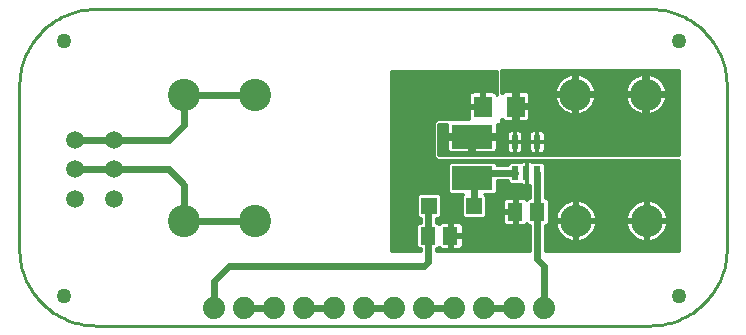
<source format=gtl>
G75*
%MOIN*%
%OFA0B0*%
%FSLAX24Y24*%
%IPPOS*%
%LPD*%
%AMOC8*
5,1,8,0,0,1.08239X$1,22.5*
%
%ADD10C,0.0100*%
%ADD11R,0.0551X0.0551*%
%ADD12R,0.0630X0.0709*%
%ADD13R,0.0512X0.0630*%
%ADD14R,0.0236X0.0472*%
%ADD15R,0.0512X0.0591*%
%ADD16C,0.0740*%
%ADD17C,0.1075*%
%ADD18C,0.0594*%
%ADD19R,0.1378X0.0787*%
%ADD20C,0.0500*%
%ADD21C,0.0338*%
%ADD22C,0.0120*%
%ADD23C,0.0240*%
D10*
X002260Y002709D02*
X002260Y008142D01*
X002262Y008242D01*
X002268Y008343D01*
X002278Y008443D01*
X002292Y008542D01*
X002309Y008641D01*
X002331Y008739D01*
X002356Y008837D01*
X002385Y008933D01*
X002418Y009028D01*
X002455Y009121D01*
X002495Y009213D01*
X002539Y009304D01*
X002586Y009392D01*
X002637Y009479D01*
X002691Y009564D01*
X002749Y009646D01*
X002809Y009726D01*
X002873Y009804D01*
X002940Y009879D01*
X003010Y009951D01*
X003082Y010021D01*
X003157Y010088D01*
X003235Y010152D01*
X003315Y010212D01*
X003397Y010270D01*
X003482Y010324D01*
X003569Y010375D01*
X003657Y010422D01*
X003748Y010466D01*
X003840Y010506D01*
X003933Y010543D01*
X004028Y010576D01*
X004124Y010605D01*
X004222Y010630D01*
X004320Y010652D01*
X004419Y010669D01*
X004518Y010683D01*
X004618Y010693D01*
X004719Y010699D01*
X004819Y010701D01*
X023283Y010701D01*
X023383Y010699D01*
X023484Y010693D01*
X023584Y010683D01*
X023683Y010669D01*
X023782Y010652D01*
X023880Y010630D01*
X023978Y010605D01*
X024074Y010576D01*
X024169Y010543D01*
X024262Y010506D01*
X024354Y010466D01*
X024445Y010422D01*
X024533Y010375D01*
X024620Y010324D01*
X024705Y010270D01*
X024787Y010212D01*
X024867Y010152D01*
X024945Y010088D01*
X025020Y010021D01*
X025092Y009951D01*
X025162Y009879D01*
X025229Y009804D01*
X025293Y009726D01*
X025353Y009646D01*
X025411Y009564D01*
X025465Y009479D01*
X025516Y009392D01*
X025563Y009304D01*
X025607Y009213D01*
X025647Y009121D01*
X025684Y009028D01*
X025717Y008933D01*
X025746Y008837D01*
X025771Y008739D01*
X025793Y008641D01*
X025810Y008542D01*
X025824Y008443D01*
X025834Y008343D01*
X025840Y008242D01*
X025842Y008142D01*
X025842Y002709D01*
X024260Y002711D02*
X019784Y002711D01*
X019784Y002650D02*
X019784Y003505D01*
X019843Y003505D01*
X019919Y003581D01*
X019919Y004319D01*
X019843Y004395D01*
X019784Y004395D01*
X019784Y005286D01*
X019782Y005290D01*
X019782Y005526D01*
X019705Y005602D01*
X019362Y005602D01*
X019358Y005599D01*
X019336Y005612D01*
X019297Y005622D01*
X019169Y005622D01*
X019169Y005245D01*
X019150Y005245D01*
X019150Y005622D01*
X019022Y005622D01*
X018984Y005612D01*
X018961Y005599D01*
X018957Y005602D01*
X018614Y005602D01*
X018537Y005526D01*
X018537Y005486D01*
X018178Y005486D01*
X018178Y005509D01*
X018102Y005585D01*
X016617Y005585D01*
X016541Y005509D01*
X016541Y004613D01*
X016617Y004537D01*
X017060Y004537D01*
X017002Y004479D01*
X017002Y003821D01*
X017078Y003744D01*
X017737Y003744D01*
X017813Y003821D01*
X017813Y004479D01*
X017755Y004537D01*
X018102Y004537D01*
X018178Y004613D01*
X018178Y004986D01*
X018537Y004986D01*
X018537Y004946D01*
X018614Y004870D01*
X018957Y004870D01*
X018961Y004873D01*
X018984Y004860D01*
X019022Y004850D01*
X019150Y004850D01*
X019150Y005227D01*
X019169Y005227D01*
X019169Y004850D01*
X019284Y004850D01*
X019284Y004395D01*
X019224Y004395D01*
X019170Y004342D01*
X019161Y004357D01*
X019134Y004385D01*
X019099Y004405D01*
X019061Y004415D01*
X018835Y004415D01*
X018835Y004000D01*
X018735Y004000D01*
X018735Y003900D01*
X018380Y003900D01*
X018380Y003615D01*
X018390Y003577D01*
X018410Y003543D01*
X018437Y003515D01*
X018472Y003495D01*
X018510Y003485D01*
X018735Y003485D01*
X018735Y003900D01*
X018835Y003900D01*
X018835Y003485D01*
X019061Y003485D01*
X019099Y003495D01*
X019134Y003515D01*
X019161Y003543D01*
X019170Y003558D01*
X019224Y003505D01*
X019284Y003505D01*
X019284Y002650D01*
X016135Y002650D01*
X016135Y002725D01*
X016195Y002725D01*
X016249Y002778D01*
X016258Y002763D01*
X016286Y002735D01*
X016320Y002715D01*
X016358Y002705D01*
X016584Y002705D01*
X016584Y003100D01*
X016684Y003100D01*
X016684Y003200D01*
X017039Y003200D01*
X017039Y003465D01*
X017029Y003503D01*
X017009Y003537D01*
X016982Y003565D01*
X016947Y003585D01*
X016909Y003595D01*
X016684Y003595D01*
X016684Y003200D01*
X016584Y003200D01*
X016584Y003595D01*
X016358Y003595D01*
X016320Y003585D01*
X016286Y003565D01*
X016258Y003537D01*
X016249Y003522D01*
X016195Y003575D01*
X016135Y003575D01*
X016135Y003744D01*
X016241Y003744D01*
X016317Y003821D01*
X016317Y004479D01*
X016241Y004556D01*
X015582Y004556D01*
X015506Y004479D01*
X015506Y003821D01*
X015582Y003744D01*
X015635Y003744D01*
X015635Y003575D01*
X015576Y003575D01*
X015500Y003499D01*
X014660Y003499D01*
X014660Y003401D02*
X015500Y003401D01*
X015500Y003499D02*
X015500Y002801D01*
X015576Y002725D01*
X015635Y002725D01*
X015635Y002650D01*
X014660Y002650D01*
X014660Y008650D01*
X018170Y008650D01*
X018170Y007838D01*
X018163Y007862D01*
X018143Y007896D01*
X018115Y007924D01*
X018081Y007944D01*
X018043Y007954D01*
X017758Y007954D01*
X017758Y007500D01*
X017658Y007500D01*
X017658Y007400D01*
X017243Y007400D01*
X017243Y007076D01*
X017253Y007040D01*
X016181Y007040D01*
X016070Y006929D01*
X016070Y005771D01*
X016181Y005660D01*
X024260Y005660D01*
X024260Y002650D01*
X019784Y002650D01*
X019784Y002810D02*
X024260Y002810D01*
X024260Y002908D02*
X019784Y002908D01*
X019784Y003007D02*
X020568Y003007D01*
X020589Y002998D02*
X020676Y002974D01*
X020761Y002963D01*
X020761Y003600D01*
X020861Y003600D01*
X020861Y003700D01*
X021497Y003700D01*
X021486Y003784D01*
X021463Y003871D01*
X021429Y003955D01*
X021383Y004033D01*
X021329Y004104D01*
X021265Y004168D01*
X021193Y004223D01*
X021115Y004268D01*
X021032Y004302D01*
X020945Y004326D01*
X020861Y004337D01*
X020861Y003700D01*
X020761Y003700D01*
X020761Y004337D01*
X020676Y004326D01*
X020589Y004302D01*
X020506Y004268D01*
X020428Y004223D01*
X020356Y004168D01*
X020293Y004104D01*
X020238Y004033D01*
X020193Y003955D01*
X020158Y003871D01*
X020135Y003784D01*
X020124Y003700D01*
X020761Y003700D01*
X020761Y003600D01*
X020124Y003600D01*
X020135Y003516D01*
X020158Y003429D01*
X020193Y003345D01*
X020238Y003267D01*
X020293Y003196D01*
X020356Y003132D01*
X020428Y003077D01*
X020506Y003032D01*
X020589Y002998D01*
X020761Y003007D02*
X020861Y003007D01*
X020861Y002963D02*
X020945Y002974D01*
X021032Y002998D01*
X021115Y003032D01*
X021193Y003077D01*
X021265Y003132D01*
X021329Y003196D01*
X021383Y003267D01*
X021429Y003345D01*
X021463Y003429D01*
X021486Y003516D01*
X021497Y003600D01*
X020861Y003600D01*
X020861Y002963D01*
X020861Y003105D02*
X020761Y003105D01*
X020761Y003204D02*
X020861Y003204D01*
X020861Y003302D02*
X020761Y003302D01*
X020761Y003401D02*
X020861Y003401D01*
X020861Y003499D02*
X020761Y003499D01*
X020761Y003598D02*
X020861Y003598D01*
X020861Y003696D02*
X023119Y003696D01*
X023119Y003700D02*
X023119Y003600D01*
X023219Y003600D01*
X023219Y003700D01*
X023856Y003700D01*
X023845Y003784D01*
X023821Y003871D01*
X023787Y003955D01*
X023742Y004033D01*
X023687Y004104D01*
X023623Y004168D01*
X023552Y004223D01*
X023474Y004268D01*
X023390Y004302D01*
X023303Y004326D01*
X023219Y004337D01*
X023219Y003700D01*
X023119Y003700D01*
X023119Y004337D01*
X023035Y004326D01*
X022948Y004302D01*
X022864Y004268D01*
X022786Y004223D01*
X022715Y004168D01*
X022651Y004104D01*
X022596Y004033D01*
X022551Y003955D01*
X022517Y003871D01*
X022493Y003784D01*
X022482Y003700D01*
X023119Y003700D01*
X023119Y003795D02*
X023219Y003795D01*
X023219Y003893D02*
X023119Y003893D01*
X023119Y003992D02*
X023219Y003992D01*
X023219Y004090D02*
X023119Y004090D01*
X023119Y004189D02*
X023219Y004189D01*
X023219Y004287D02*
X023119Y004287D01*
X022911Y004287D02*
X021069Y004287D01*
X021238Y004189D02*
X022742Y004189D01*
X022640Y004090D02*
X021340Y004090D01*
X021407Y003992D02*
X022572Y003992D01*
X022526Y003893D02*
X021454Y003893D01*
X021484Y003795D02*
X022496Y003795D01*
X022482Y003600D02*
X022493Y003516D01*
X022517Y003429D01*
X022551Y003345D01*
X022596Y003267D01*
X022651Y003196D01*
X022715Y003132D01*
X022786Y003077D01*
X022864Y003032D01*
X022948Y002998D01*
X023035Y002974D01*
X023119Y002963D01*
X023119Y003600D01*
X022482Y003600D01*
X022483Y003598D02*
X021497Y003598D01*
X021482Y003499D02*
X022498Y003499D01*
X022528Y003401D02*
X021451Y003401D01*
X021404Y003302D02*
X022576Y003302D01*
X022645Y003204D02*
X021335Y003204D01*
X021230Y003105D02*
X022750Y003105D01*
X022926Y003007D02*
X021053Y003007D01*
X020392Y003105D02*
X019784Y003105D01*
X019784Y003204D02*
X020287Y003204D01*
X020218Y003302D02*
X019784Y003302D01*
X019784Y003401D02*
X020170Y003401D01*
X020140Y003499D02*
X019784Y003499D01*
X019919Y003598D02*
X020124Y003598D01*
X020138Y003795D02*
X019919Y003795D01*
X019919Y003893D02*
X020167Y003893D01*
X020214Y003992D02*
X019919Y003992D01*
X019919Y004090D02*
X020282Y004090D01*
X020383Y004189D02*
X019919Y004189D01*
X019919Y004287D02*
X020552Y004287D01*
X020761Y004287D02*
X020861Y004287D01*
X020861Y004189D02*
X020761Y004189D01*
X020761Y004090D02*
X020861Y004090D01*
X020861Y003992D02*
X020761Y003992D01*
X020761Y003893D02*
X020861Y003893D01*
X020861Y003795D02*
X020761Y003795D01*
X020761Y003696D02*
X019919Y003696D01*
X019284Y003499D02*
X019106Y003499D01*
X019284Y003401D02*
X017039Y003401D01*
X017030Y003499D02*
X018465Y003499D01*
X018384Y003598D02*
X016135Y003598D01*
X016135Y003696D02*
X018380Y003696D01*
X018380Y003795D02*
X017787Y003795D01*
X017813Y003893D02*
X018380Y003893D01*
X018380Y004000D02*
X018735Y004000D01*
X018735Y004415D01*
X018510Y004415D01*
X018472Y004405D01*
X018437Y004385D01*
X018410Y004357D01*
X018390Y004323D01*
X018380Y004285D01*
X018380Y004000D01*
X018380Y004090D02*
X017813Y004090D01*
X017813Y003992D02*
X018735Y003992D01*
X018735Y004090D02*
X018835Y004090D01*
X018835Y004189D02*
X018735Y004189D01*
X018735Y004287D02*
X018835Y004287D01*
X018835Y004386D02*
X018735Y004386D01*
X018438Y004386D02*
X017813Y004386D01*
X017809Y004484D02*
X019284Y004484D01*
X019284Y004583D02*
X018148Y004583D01*
X018178Y004681D02*
X019284Y004681D01*
X019284Y004780D02*
X018178Y004780D01*
X018178Y004878D02*
X018605Y004878D01*
X018537Y004977D02*
X018178Y004977D01*
X018120Y005568D02*
X018579Y005568D01*
X019150Y005568D02*
X019169Y005568D01*
X019169Y005469D02*
X019150Y005469D01*
X019150Y005371D02*
X019169Y005371D01*
X019169Y005272D02*
X019150Y005272D01*
X019150Y005174D02*
X019169Y005174D01*
X019169Y005075D02*
X019150Y005075D01*
X019150Y004977D02*
X019169Y004977D01*
X019169Y004878D02*
X019150Y004878D01*
X019133Y004386D02*
X019214Y004386D01*
X019784Y004484D02*
X024260Y004484D01*
X024260Y004386D02*
X019853Y004386D01*
X019784Y004583D02*
X024260Y004583D01*
X024260Y004681D02*
X019784Y004681D01*
X019784Y004780D02*
X024260Y004780D01*
X024260Y004878D02*
X019784Y004878D01*
X019784Y004977D02*
X024260Y004977D01*
X024260Y005075D02*
X019784Y005075D01*
X019784Y005174D02*
X024260Y005174D01*
X024260Y005272D02*
X019784Y005272D01*
X019782Y005371D02*
X024260Y005371D01*
X024260Y005469D02*
X019782Y005469D01*
X019740Y005568D02*
X024260Y005568D01*
X024260Y004287D02*
X023427Y004287D01*
X023596Y004189D02*
X024260Y004189D01*
X024260Y004090D02*
X023698Y004090D01*
X023766Y003992D02*
X024260Y003992D01*
X024260Y003893D02*
X023812Y003893D01*
X023842Y003795D02*
X024260Y003795D01*
X024260Y003696D02*
X023219Y003696D01*
X023219Y003600D02*
X023856Y003600D01*
X023845Y003516D01*
X023821Y003429D01*
X023787Y003345D01*
X023742Y003267D01*
X023687Y003196D01*
X023623Y003132D01*
X023552Y003077D01*
X023474Y003032D01*
X023390Y002998D01*
X023303Y002974D01*
X023219Y002963D01*
X023219Y003600D01*
X023219Y003598D02*
X023119Y003598D01*
X023119Y003499D02*
X023219Y003499D01*
X023219Y003401D02*
X023119Y003401D01*
X023119Y003302D02*
X023219Y003302D01*
X023219Y003204D02*
X023119Y003204D01*
X023119Y003105D02*
X023219Y003105D01*
X023219Y003007D02*
X023119Y003007D01*
X023412Y003007D02*
X024260Y003007D01*
X024260Y003105D02*
X023588Y003105D01*
X023693Y003204D02*
X024260Y003204D01*
X024260Y003302D02*
X023762Y003302D01*
X023810Y003401D02*
X024260Y003401D01*
X024260Y003499D02*
X023840Y003499D01*
X023855Y003598D02*
X024260Y003598D01*
X025842Y002709D02*
X025840Y002609D01*
X025834Y002508D01*
X025824Y002408D01*
X025810Y002309D01*
X025793Y002210D01*
X025771Y002112D01*
X025746Y002014D01*
X025717Y001918D01*
X025684Y001823D01*
X025647Y001730D01*
X025607Y001638D01*
X025563Y001547D01*
X025516Y001459D01*
X025465Y001372D01*
X025411Y001287D01*
X025353Y001205D01*
X025293Y001125D01*
X025229Y001047D01*
X025162Y000972D01*
X025092Y000900D01*
X025020Y000830D01*
X024945Y000763D01*
X024867Y000699D01*
X024787Y000639D01*
X024705Y000581D01*
X024620Y000527D01*
X024533Y000476D01*
X024445Y000429D01*
X024354Y000385D01*
X024262Y000345D01*
X024169Y000308D01*
X024074Y000275D01*
X023978Y000246D01*
X023880Y000221D01*
X023782Y000199D01*
X023683Y000182D01*
X023584Y000168D01*
X023484Y000158D01*
X023383Y000152D01*
X023283Y000150D01*
X004819Y000150D01*
X004719Y000152D01*
X004618Y000158D01*
X004518Y000168D01*
X004419Y000182D01*
X004320Y000199D01*
X004222Y000221D01*
X004124Y000246D01*
X004028Y000275D01*
X003933Y000308D01*
X003840Y000345D01*
X003748Y000385D01*
X003657Y000429D01*
X003569Y000476D01*
X003482Y000527D01*
X003397Y000581D01*
X003315Y000639D01*
X003235Y000699D01*
X003157Y000763D01*
X003082Y000830D01*
X003010Y000900D01*
X002940Y000972D01*
X002873Y001047D01*
X002809Y001125D01*
X002749Y001205D01*
X002691Y001287D01*
X002637Y001372D01*
X002586Y001459D01*
X002539Y001547D01*
X002495Y001638D01*
X002455Y001730D01*
X002418Y001823D01*
X002385Y001918D01*
X002356Y002014D01*
X002331Y002112D01*
X002309Y002210D01*
X002292Y002309D01*
X002278Y002408D01*
X002268Y002508D01*
X002262Y002609D01*
X002260Y002709D01*
X014660Y002711D02*
X015635Y002711D01*
X015500Y002810D02*
X014660Y002810D01*
X014660Y002908D02*
X015500Y002908D01*
X015500Y003007D02*
X014660Y003007D01*
X014660Y003105D02*
X015500Y003105D01*
X015500Y003204D02*
X014660Y003204D01*
X014660Y003302D02*
X015500Y003302D01*
X015635Y003598D02*
X014660Y003598D01*
X014660Y003696D02*
X015635Y003696D01*
X015532Y003795D02*
X014660Y003795D01*
X014660Y003893D02*
X015506Y003893D01*
X015506Y003992D02*
X014660Y003992D01*
X014660Y004090D02*
X015506Y004090D01*
X015506Y004189D02*
X014660Y004189D01*
X014660Y004287D02*
X015506Y004287D01*
X015506Y004386D02*
X014660Y004386D01*
X014660Y004484D02*
X015510Y004484D01*
X016312Y004484D02*
X017007Y004484D01*
X017002Y004386D02*
X016317Y004386D01*
X016317Y004287D02*
X017002Y004287D01*
X017002Y004189D02*
X016317Y004189D01*
X016317Y004090D02*
X017002Y004090D01*
X017002Y003992D02*
X016317Y003992D01*
X016317Y003893D02*
X017002Y003893D01*
X017028Y003795D02*
X016291Y003795D01*
X016584Y003499D02*
X016684Y003499D01*
X016684Y003401D02*
X016584Y003401D01*
X016584Y003302D02*
X016684Y003302D01*
X016684Y003204D02*
X016584Y003204D01*
X016684Y003105D02*
X019284Y003105D01*
X019284Y003007D02*
X017039Y003007D01*
X017039Y003100D02*
X017039Y002835D01*
X017029Y002797D01*
X017009Y002763D01*
X016982Y002735D01*
X016947Y002715D01*
X016909Y002705D01*
X016684Y002705D01*
X016684Y003100D01*
X017039Y003100D01*
X017039Y003204D02*
X019284Y003204D01*
X019284Y003302D02*
X017039Y003302D01*
X017039Y002908D02*
X019284Y002908D01*
X019284Y002810D02*
X017033Y002810D01*
X016933Y002711D02*
X019284Y002711D01*
X018835Y003499D02*
X018735Y003499D01*
X018735Y003598D02*
X018835Y003598D01*
X018835Y003696D02*
X018735Y003696D01*
X018735Y003795D02*
X018835Y003795D01*
X018835Y003893D02*
X018735Y003893D01*
X018380Y004189D02*
X017813Y004189D01*
X017813Y004287D02*
X018380Y004287D01*
X016572Y004583D02*
X014660Y004583D01*
X014660Y004681D02*
X016541Y004681D01*
X016541Y004780D02*
X014660Y004780D01*
X014660Y004878D02*
X016541Y004878D01*
X016541Y004977D02*
X014660Y004977D01*
X014660Y005075D02*
X016541Y005075D01*
X016541Y005174D02*
X014660Y005174D01*
X014660Y005272D02*
X016541Y005272D01*
X016541Y005371D02*
X014660Y005371D01*
X014660Y005469D02*
X016541Y005469D01*
X016599Y005568D02*
X014660Y005568D01*
X014660Y005666D02*
X016175Y005666D01*
X016076Y005765D02*
X014660Y005765D01*
X014660Y005863D02*
X016070Y005863D01*
X016070Y005962D02*
X014660Y005962D01*
X014660Y006060D02*
X016070Y006060D01*
X016070Y006159D02*
X014660Y006159D01*
X014660Y006257D02*
X016070Y006257D01*
X016070Y006356D02*
X014660Y006356D01*
X014660Y006454D02*
X016070Y006454D01*
X016070Y006553D02*
X014660Y006553D01*
X014660Y006651D02*
X016070Y006651D01*
X016070Y006750D02*
X014660Y006750D01*
X014660Y006848D02*
X016070Y006848D01*
X016087Y006947D02*
X014660Y006947D01*
X014660Y007045D02*
X017252Y007045D01*
X017243Y007144D02*
X014660Y007144D01*
X014660Y007242D02*
X017243Y007242D01*
X017243Y007341D02*
X014660Y007341D01*
X014660Y007439D02*
X017658Y007439D01*
X017658Y007500D02*
X017243Y007500D01*
X017243Y007824D01*
X017254Y007862D01*
X017273Y007896D01*
X017301Y007924D01*
X017335Y007944D01*
X017374Y007954D01*
X017658Y007954D01*
X017658Y007500D01*
X017658Y007538D02*
X017758Y007538D01*
X017758Y007636D02*
X017658Y007636D01*
X017658Y007735D02*
X017758Y007735D01*
X017758Y007833D02*
X017658Y007833D01*
X017658Y007932D02*
X017758Y007932D01*
X018103Y007932D02*
X018170Y007932D01*
X018170Y008030D02*
X014660Y008030D01*
X014660Y007932D02*
X017314Y007932D01*
X017246Y007833D02*
X014660Y007833D01*
X014660Y007735D02*
X017243Y007735D01*
X017243Y007636D02*
X014660Y007636D01*
X014660Y007538D02*
X017243Y007538D01*
X018170Y008129D02*
X014660Y008129D01*
X014660Y008227D02*
X018170Y008227D01*
X018170Y008326D02*
X014660Y008326D01*
X014660Y008424D02*
X018170Y008424D01*
X018170Y008523D02*
X014660Y008523D01*
X014660Y008621D02*
X018170Y008621D01*
X016684Y003007D02*
X016584Y003007D01*
X016584Y002908D02*
X016684Y002908D01*
X016684Y002810D02*
X016584Y002810D01*
X016584Y002711D02*
X016684Y002711D01*
X016334Y002711D02*
X016135Y002711D01*
D11*
X015911Y004150D03*
X017408Y004150D03*
D12*
X017708Y007450D03*
X018811Y007450D03*
D13*
X018785Y003950D03*
X019534Y003950D03*
D14*
X019534Y005236D03*
X019160Y005236D03*
X018785Y005236D03*
X018785Y006264D03*
X019534Y006264D03*
D15*
X016634Y003150D03*
X015885Y003150D03*
D16*
X015760Y000750D03*
X016760Y000750D03*
X017760Y000750D03*
X018760Y000750D03*
X019760Y000750D03*
X014760Y000750D03*
X013760Y000750D03*
X012760Y000750D03*
X011760Y000750D03*
X010760Y000750D03*
X009760Y000750D03*
X008760Y000750D03*
D17*
X007760Y003650D03*
X010118Y003650D03*
X010108Y007850D03*
X007750Y007850D03*
X020801Y007850D03*
X023160Y007850D03*
X023169Y003650D03*
X020811Y003650D03*
D18*
X005409Y004381D03*
X005409Y005366D03*
X005409Y006350D03*
X004110Y006350D03*
X004110Y005366D03*
X004110Y004381D03*
D19*
X017360Y005061D03*
X017360Y006439D03*
D20*
X024260Y009650D03*
X024260Y001150D03*
X003760Y001150D03*
X003760Y009650D03*
D21*
X015260Y008150D03*
X016260Y008150D03*
X017060Y007750D03*
X017460Y008150D03*
X017960Y008150D03*
X017060Y007250D03*
X015260Y007150D03*
X015260Y006150D03*
X015260Y005150D03*
X015160Y003850D03*
X016660Y003850D03*
X017260Y003450D03*
X017260Y002950D03*
X018160Y003750D03*
X018560Y003250D03*
X019060Y003250D03*
X020260Y002850D03*
X022060Y002850D03*
X022060Y003650D03*
X022060Y004650D03*
X022060Y005150D03*
X023760Y005150D03*
X023760Y004650D03*
X023760Y002850D03*
X020260Y004650D03*
X020260Y005150D03*
X019060Y004650D03*
X018560Y004650D03*
X018160Y004250D03*
D22*
X016260Y005850D02*
X016260Y006850D01*
X016511Y006850D01*
X016511Y006499D01*
X017300Y006499D01*
X017300Y006379D01*
X017420Y006379D01*
X017420Y006499D01*
X018208Y006499D01*
X018208Y006850D01*
X018360Y006850D01*
X018360Y007012D01*
X018368Y006997D01*
X018397Y006968D01*
X018434Y006947D01*
X018475Y006936D01*
X018751Y006936D01*
X018751Y007390D01*
X018871Y007390D01*
X018871Y007510D01*
X019286Y007510D01*
X019286Y007825D01*
X019275Y007866D01*
X019254Y007903D01*
X019224Y007932D01*
X019187Y007953D01*
X019147Y007964D01*
X018871Y007964D01*
X018871Y007510D01*
X018751Y007510D01*
X018751Y007964D01*
X018475Y007964D01*
X018434Y007953D01*
X018397Y007932D01*
X018368Y007903D01*
X018360Y007888D01*
X018360Y008650D01*
X024260Y008650D01*
X024260Y005850D01*
X016260Y005850D01*
X016260Y005957D02*
X016537Y005957D01*
X016543Y005947D02*
X016572Y005917D01*
X016609Y005896D01*
X016649Y005885D01*
X017300Y005885D01*
X017300Y006379D01*
X016511Y006379D01*
X016511Y006024D01*
X016521Y005984D01*
X016543Y005947D01*
X016511Y006075D02*
X016260Y006075D01*
X016260Y006194D02*
X016511Y006194D01*
X016511Y006312D02*
X016260Y006312D01*
X016260Y006431D02*
X017300Y006431D01*
X017300Y006312D02*
X017420Y006312D01*
X017420Y006379D02*
X017420Y005885D01*
X018070Y005885D01*
X018110Y005896D01*
X018147Y005917D01*
X018177Y005947D01*
X018198Y005984D01*
X018208Y006024D01*
X018208Y006379D01*
X017420Y006379D01*
X017420Y006431D02*
X018507Y006431D01*
X018507Y006521D02*
X018507Y006264D01*
X018507Y006007D01*
X018518Y005966D01*
X018539Y005930D01*
X018569Y005900D01*
X018606Y005879D01*
X018646Y005868D01*
X018785Y005868D01*
X018785Y006264D01*
X018507Y006264D01*
X018785Y006264D01*
X018785Y006264D01*
X018786Y006264D01*
X018786Y006264D01*
X019064Y006264D01*
X019064Y006007D01*
X019053Y005966D01*
X019032Y005930D01*
X019002Y005900D01*
X018965Y005879D01*
X018925Y005868D01*
X018786Y005868D01*
X018786Y006264D01*
X019064Y006264D01*
X019064Y006521D01*
X019053Y006562D01*
X019032Y006599D01*
X019002Y006628D01*
X018965Y006649D01*
X018925Y006660D01*
X018786Y006660D01*
X018786Y006264D01*
X018785Y006264D01*
X018785Y006660D01*
X018646Y006660D01*
X018606Y006649D01*
X018569Y006628D01*
X018539Y006599D01*
X018518Y006562D01*
X018507Y006521D01*
X018515Y006549D02*
X018208Y006549D01*
X018208Y006668D02*
X024260Y006668D01*
X024260Y006786D02*
X018208Y006786D01*
X018360Y006905D02*
X024260Y006905D01*
X024260Y007023D02*
X019268Y007023D01*
X019275Y007034D02*
X019286Y007075D01*
X019286Y007390D01*
X018871Y007390D01*
X018871Y006936D01*
X019147Y006936D01*
X019187Y006947D01*
X019224Y006968D01*
X019254Y006997D01*
X019275Y007034D01*
X019286Y007142D02*
X024260Y007142D01*
X024260Y007260D02*
X023532Y007260D01*
X023548Y007269D02*
X023620Y007325D01*
X023685Y007389D01*
X023741Y007462D01*
X023786Y007541D01*
X023821Y007625D01*
X023845Y007714D01*
X023855Y007790D01*
X023220Y007790D01*
X023220Y007910D01*
X023855Y007910D01*
X023845Y007986D01*
X023821Y008075D01*
X023786Y008159D01*
X023741Y008238D01*
X023685Y008311D01*
X023620Y008375D01*
X023548Y008431D01*
X023469Y008477D01*
X023384Y008512D01*
X023296Y008535D01*
X023220Y008546D01*
X023220Y007910D01*
X023100Y007910D01*
X023100Y008546D01*
X023023Y008535D01*
X022935Y008512D01*
X022850Y008477D01*
X022771Y008431D01*
X022699Y008375D01*
X022634Y008311D01*
X022578Y008238D01*
X022533Y008159D01*
X022498Y008075D01*
X022474Y007986D01*
X022464Y007910D01*
X023100Y007910D01*
X023100Y007790D01*
X023220Y007790D01*
X023220Y007154D01*
X023296Y007165D01*
X023384Y007188D01*
X023469Y007223D01*
X023548Y007269D01*
X023674Y007379D02*
X024260Y007379D01*
X024260Y007497D02*
X023761Y007497D01*
X023817Y007616D02*
X024260Y007616D01*
X024260Y007734D02*
X023848Y007734D01*
X024260Y007853D02*
X023220Y007853D01*
X023220Y007971D02*
X023100Y007971D01*
X023100Y007853D02*
X020861Y007853D01*
X020861Y007910D02*
X021497Y007910D01*
X021487Y007986D01*
X021463Y008075D01*
X021428Y008159D01*
X021382Y008238D01*
X021327Y008311D01*
X021262Y008375D01*
X021190Y008431D01*
X021110Y008477D01*
X021026Y008512D01*
X020938Y008535D01*
X020861Y008546D01*
X020861Y007910D01*
X020741Y007910D01*
X020741Y007790D01*
X020106Y007790D01*
X020116Y007714D01*
X020139Y007625D01*
X020174Y007541D01*
X020220Y007462D01*
X020276Y007389D01*
X020340Y007325D01*
X020413Y007269D01*
X020492Y007223D01*
X020577Y007188D01*
X020665Y007165D01*
X020741Y007154D01*
X020741Y007790D01*
X020861Y007790D01*
X020861Y007154D01*
X020938Y007165D01*
X021026Y007188D01*
X021110Y007223D01*
X021190Y007269D01*
X021262Y007325D01*
X021327Y007389D01*
X021382Y007462D01*
X021428Y007541D01*
X021463Y007625D01*
X021487Y007714D01*
X021497Y007790D01*
X020861Y007790D01*
X020861Y007910D01*
X020861Y007971D02*
X020741Y007971D01*
X020741Y007910D02*
X020741Y008546D01*
X020665Y008535D01*
X020577Y008512D01*
X020492Y008477D01*
X020413Y008431D01*
X020340Y008375D01*
X020276Y008311D01*
X020220Y008238D01*
X020174Y008159D01*
X020139Y008075D01*
X020116Y007986D01*
X020106Y007910D01*
X020741Y007910D01*
X020741Y007853D02*
X019278Y007853D01*
X019286Y007734D02*
X020113Y007734D01*
X020144Y007616D02*
X019286Y007616D01*
X019286Y007379D02*
X020286Y007379D01*
X020200Y007497D02*
X018871Y007497D01*
X018871Y007379D02*
X018751Y007379D01*
X018751Y007260D02*
X018871Y007260D01*
X018871Y007142D02*
X018751Y007142D01*
X018751Y007023D02*
X018871Y007023D01*
X019286Y007260D02*
X020428Y007260D01*
X020741Y007260D02*
X020861Y007260D01*
X020861Y007379D02*
X020741Y007379D01*
X020741Y007497D02*
X020861Y007497D01*
X020861Y007616D02*
X020741Y007616D01*
X020741Y007734D02*
X020861Y007734D01*
X020861Y008090D02*
X020741Y008090D01*
X020741Y008208D02*
X020861Y008208D01*
X020861Y008327D02*
X020741Y008327D01*
X020741Y008445D02*
X020861Y008445D01*
X021165Y008445D02*
X022795Y008445D01*
X022650Y008327D02*
X021311Y008327D01*
X021400Y008208D02*
X022561Y008208D01*
X022504Y008090D02*
X021457Y008090D01*
X021489Y007971D02*
X022472Y007971D01*
X022464Y007790D02*
X022474Y007714D01*
X022498Y007625D01*
X022533Y007541D01*
X022578Y007462D01*
X022634Y007389D01*
X022699Y007325D01*
X022771Y007269D01*
X022850Y007223D01*
X022935Y007188D01*
X023023Y007165D01*
X023100Y007154D01*
X023100Y007790D01*
X022464Y007790D01*
X022471Y007734D02*
X021489Y007734D01*
X021459Y007616D02*
X022502Y007616D01*
X022558Y007497D02*
X021403Y007497D01*
X021316Y007379D02*
X022645Y007379D01*
X022787Y007260D02*
X021174Y007260D01*
X020114Y007971D02*
X018360Y007971D01*
X018360Y008090D02*
X020146Y008090D01*
X020203Y008208D02*
X018360Y008208D01*
X018360Y008327D02*
X020291Y008327D01*
X020437Y008445D02*
X018360Y008445D01*
X018360Y008564D02*
X024260Y008564D01*
X024260Y008445D02*
X023524Y008445D01*
X023669Y008327D02*
X024260Y008327D01*
X024260Y008208D02*
X023758Y008208D01*
X023815Y008090D02*
X024260Y008090D01*
X024260Y007971D02*
X023847Y007971D01*
X023220Y008090D02*
X023100Y008090D01*
X023100Y008208D02*
X023220Y008208D01*
X023220Y008327D02*
X023100Y008327D01*
X023100Y008445D02*
X023220Y008445D01*
X023220Y007734D02*
X023100Y007734D01*
X023100Y007616D02*
X023220Y007616D01*
X023220Y007497D02*
X023100Y007497D01*
X023100Y007379D02*
X023220Y007379D01*
X023220Y007260D02*
X023100Y007260D01*
X024260Y006549D02*
X019804Y006549D01*
X019801Y006562D02*
X019780Y006599D01*
X019750Y006628D01*
X019713Y006649D01*
X019673Y006660D01*
X019534Y006660D01*
X019534Y006264D01*
X019534Y006264D01*
X019812Y006264D01*
X019812Y006007D01*
X019801Y005966D01*
X019780Y005930D01*
X019750Y005900D01*
X019713Y005879D01*
X019673Y005868D01*
X019534Y005868D01*
X019534Y006264D01*
X019812Y006264D01*
X019812Y006521D01*
X019801Y006562D01*
X019812Y006431D02*
X024260Y006431D01*
X024260Y006312D02*
X019812Y006312D01*
X019812Y006194D02*
X024260Y006194D01*
X024260Y006075D02*
X019812Y006075D01*
X019795Y005957D02*
X024260Y005957D01*
X019534Y005957D02*
X019534Y005957D01*
X019534Y005868D02*
X019534Y006264D01*
X019534Y006264D01*
X019534Y006264D01*
X019255Y006264D01*
X019255Y006007D01*
X019266Y005966D01*
X019287Y005930D01*
X019317Y005900D01*
X019354Y005879D01*
X019394Y005868D01*
X019534Y005868D01*
X019534Y006075D02*
X019534Y006075D01*
X019534Y006194D02*
X019534Y006194D01*
X019534Y006264D02*
X019534Y006264D01*
X019534Y006660D01*
X019394Y006660D01*
X019354Y006649D01*
X019317Y006628D01*
X019287Y006599D01*
X019266Y006562D01*
X019255Y006521D01*
X019255Y006264D01*
X019534Y006264D01*
X019534Y006312D02*
X019534Y006312D01*
X019534Y006431D02*
X019534Y006431D01*
X019534Y006549D02*
X019534Y006549D01*
X019263Y006549D02*
X019056Y006549D01*
X019064Y006431D02*
X019255Y006431D01*
X019255Y006312D02*
X019064Y006312D01*
X019064Y006194D02*
X019255Y006194D01*
X019255Y006075D02*
X019064Y006075D01*
X019047Y005957D02*
X019272Y005957D01*
X018786Y005957D02*
X018785Y005957D01*
X018785Y006075D02*
X018786Y006075D01*
X018785Y006194D02*
X018786Y006194D01*
X018785Y006312D02*
X018786Y006312D01*
X018785Y006431D02*
X018786Y006431D01*
X018785Y006549D02*
X018786Y006549D01*
X018507Y006312D02*
X018208Y006312D01*
X018208Y006194D02*
X018507Y006194D01*
X018507Y006075D02*
X018208Y006075D01*
X018182Y005957D02*
X018524Y005957D01*
X017420Y005957D02*
X017300Y005957D01*
X017300Y006075D02*
X017420Y006075D01*
X017420Y006194D02*
X017300Y006194D01*
X016511Y006549D02*
X016260Y006549D01*
X016260Y006668D02*
X016511Y006668D01*
X016511Y006786D02*
X016260Y006786D01*
X018751Y007616D02*
X018871Y007616D01*
X018871Y007734D02*
X018751Y007734D01*
X018751Y007853D02*
X018871Y007853D01*
D23*
X018785Y005236D02*
X017534Y005236D01*
X017360Y005061D01*
X017408Y005013D01*
X017408Y004150D01*
X015911Y004150D02*
X015885Y004250D01*
X015885Y003150D01*
X015885Y002276D01*
X015760Y002150D01*
X009260Y002150D01*
X008760Y001650D01*
X008760Y000750D01*
X009760Y000750D02*
X010760Y000750D01*
X011760Y000750D02*
X012760Y000750D01*
X013760Y000750D02*
X014760Y000750D01*
X015760Y000750D02*
X016760Y000750D01*
X017760Y000750D02*
X018760Y000750D01*
X019760Y000750D02*
X019760Y002150D01*
X019534Y002376D01*
X019534Y003950D01*
X019534Y005236D01*
X010118Y003650D02*
X007760Y003650D01*
X007760Y004850D01*
X007244Y005366D01*
X005409Y005366D01*
X004110Y005366D01*
X004110Y006350D02*
X005409Y006350D01*
X007260Y006350D01*
X007760Y006850D01*
X007760Y007841D01*
X007750Y007850D01*
X010108Y007850D01*
M02*

</source>
